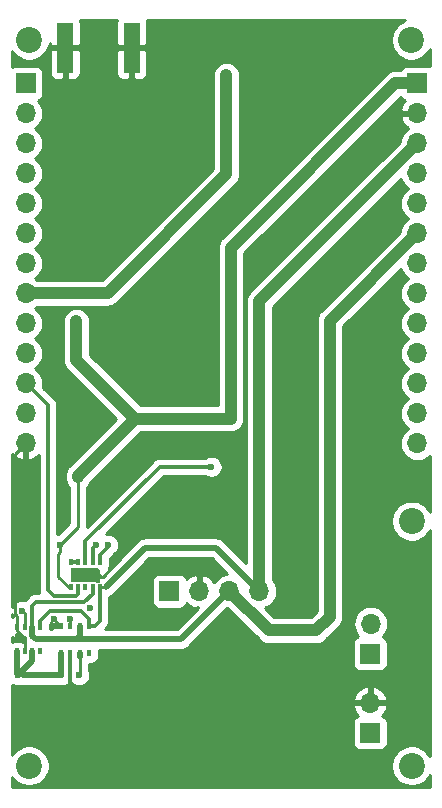
<source format=gbr>
G04 #@! TF.GenerationSoftware,KiCad,Pcbnew,(5.1.2)-2*
G04 #@! TF.CreationDate,2019-12-14T23:06:18+01:00*
G04 #@! TF.ProjectId,ttgot5,7474676f-7435-42e6-9b69-6361645f7063,rev?*
G04 #@! TF.SameCoordinates,Original*
G04 #@! TF.FileFunction,Copper,L1,Top*
G04 #@! TF.FilePolarity,Positive*
%FSLAX46Y46*%
G04 Gerber Fmt 4.6, Leading zero omitted, Abs format (unit mm)*
G04 Created by KiCad (PCBNEW (5.1.2)-2) date 2019-12-14 23:06:18*
%MOMM*%
%LPD*%
G04 APERTURE LIST*
%ADD10O,1.700000X1.700000*%
%ADD11R,1.700000X1.700000*%
%ADD12R,1.350000X4.200000*%
%ADD13R,0.400000X0.550000*%
%ADD14C,0.300000*%
%ADD15C,0.100000*%
%ADD16R,0.300000X1.000000*%
%ADD17R,2.200000X1.300000*%
%ADD18R,0.400000X0.600000*%
%ADD19R,0.350000X0.500000*%
%ADD20C,2.200000*%
%ADD21C,0.600000*%
%ADD22C,0.250000*%
%ADD23C,0.300000*%
%ADD24C,0.500000*%
%ADD25C,1.000000*%
%ADD26C,0.254000*%
G04 APERTURE END LIST*
D10*
X131060400Y-151761200D03*
D11*
X131000000Y-154301200D03*
D10*
X131000000Y-158460000D03*
D11*
X131000000Y-161000000D03*
D12*
X110825000Y-103000000D03*
X105175000Y-103000000D03*
D11*
X101850000Y-106000000D03*
D10*
X101850000Y-108540000D03*
X101850000Y-111080000D03*
X101850000Y-113620000D03*
X101850000Y-116160000D03*
X101850000Y-118700000D03*
X101850000Y-121240000D03*
X101850000Y-123780000D03*
X101850000Y-126320000D03*
X101850000Y-128860000D03*
X101850000Y-131400000D03*
X101850000Y-133940000D03*
X101850000Y-136480000D03*
X135000000Y-136480000D03*
X135000000Y-133940000D03*
X135000000Y-131400000D03*
X135000000Y-128860000D03*
X135000000Y-126320000D03*
X135000000Y-123780000D03*
X135000000Y-121240000D03*
X135000000Y-118700000D03*
X135000000Y-116160000D03*
X135000000Y-113620000D03*
X135000000Y-111080000D03*
X135000000Y-108540000D03*
D11*
X135000000Y-106000000D03*
X114000000Y-149000000D03*
D10*
X116540000Y-149000000D03*
X119080000Y-149000000D03*
X121620000Y-149000000D03*
D13*
X104816000Y-151932000D03*
X105616000Y-151932000D03*
X106416000Y-151932000D03*
X107216000Y-151932000D03*
X107216000Y-154232000D03*
X106416000Y-154232000D03*
X105616000Y-154232000D03*
X104816000Y-154232000D03*
D14*
X108005000Y-147621000D03*
D15*
G36*
X107855000Y-146971000D02*
G01*
X108155000Y-147271000D01*
X108155000Y-147971000D01*
X107855000Y-148271000D01*
X107855000Y-146971000D01*
X107855000Y-146971000D01*
G37*
D16*
X108005000Y-147771000D03*
D17*
X106755000Y-147621000D03*
D18*
X105705000Y-148671000D03*
X106305000Y-148671000D03*
X108105000Y-148671000D03*
X107505000Y-148671000D03*
X105705000Y-146571000D03*
X108105000Y-146571000D03*
X107505000Y-146571000D03*
X106905000Y-146571000D03*
X106305000Y-146571000D03*
X106905000Y-148671000D03*
D19*
X103054000Y-152057000D03*
X102404000Y-152057000D03*
X101754000Y-152057000D03*
X101104000Y-152057000D03*
X101104000Y-154107000D03*
X101754000Y-154107000D03*
X102404000Y-154107000D03*
X103054000Y-154107000D03*
D20*
X134510000Y-163780000D03*
X102150000Y-163780000D03*
X102150000Y-102350000D03*
X134500000Y-102350000D03*
X134510000Y-143074400D03*
D21*
X109953000Y-145716000D03*
X112500000Y-101000000D03*
X112500000Y-102000000D03*
X112500000Y-103000000D03*
X112493000Y-104000000D03*
X112500000Y-104949000D03*
X112500000Y-105826000D03*
X112500000Y-107826000D03*
X112493000Y-108826000D03*
X112500000Y-106826000D03*
X112500000Y-109775000D03*
X109000000Y-111000000D03*
X108000000Y-110000000D03*
X106658000Y-106207000D03*
X107300000Y-109200000D03*
X106658000Y-107207000D03*
X106658000Y-108207000D03*
X110080000Y-111934000D03*
X111223000Y-112823000D03*
X113509000Y-109775000D03*
X114652000Y-109775000D03*
X115668000Y-109775000D03*
X116684000Y-109775000D03*
X130400000Y-127809000D03*
X111096000Y-118792000D03*
X130146000Y-132508000D03*
X117573000Y-140001000D03*
X112747000Y-142287000D03*
X109191000Y-139239000D03*
X101825000Y-139112000D03*
X109699000Y-150542000D03*
X111731000Y-150542000D03*
X107286000Y-150415000D03*
X124304000Y-149272000D03*
X124304000Y-144700000D03*
X124812000Y-140001000D03*
X112429500Y-127618500D03*
X112493000Y-133016000D03*
X117954000Y-157844500D03*
X101707643Y-153085545D03*
X102587000Y-158000000D03*
X105616000Y-158000000D03*
X104212600Y-151380200D03*
X104873000Y-156130000D03*
X101190000Y-156130000D03*
X104746000Y-145081000D03*
X106270000Y-139366000D03*
X106143000Y-126158000D03*
X106371600Y-156130000D03*
X118843000Y-105330000D03*
X117573000Y-138477000D03*
X107794000Y-145081000D03*
X101571000Y-150669000D03*
X105635000Y-151319000D03*
X108810000Y-145081000D03*
D22*
X101104000Y-152417002D02*
X101104000Y-152057000D01*
X101754000Y-153067002D02*
X101104000Y-152417002D01*
X101754000Y-154107000D02*
X101754000Y-153067002D01*
X106755000Y-147621000D02*
X108105000Y-147621000D01*
X101000001Y-137329999D02*
X101850000Y-136480000D01*
X100945999Y-137384001D02*
X101000001Y-137329999D01*
X100945999Y-150969001D02*
X100945999Y-137384001D01*
X101104000Y-151127002D02*
X100945999Y-150969001D01*
X101104000Y-152057000D02*
X101104000Y-151127002D01*
X101754000Y-154107000D02*
X101754000Y-153131902D01*
X101754000Y-153131902D02*
X101707643Y-153085545D01*
X109953000Y-146140264D02*
X109953000Y-145716000D01*
X109953000Y-146223000D02*
X109953000Y-146140264D01*
X108405000Y-147771000D02*
X109953000Y-146223000D01*
X108005000Y-147771000D02*
X108405000Y-147771000D01*
D23*
X105616000Y-154232000D02*
X105616000Y-157292000D01*
X105616000Y-157292000D02*
X105616000Y-158000000D01*
D22*
X104764400Y-151932000D02*
X104212600Y-151380200D01*
X104816000Y-151932000D02*
X104764400Y-151932000D01*
X104212600Y-151380200D02*
X104136400Y-151304000D01*
D24*
X104873000Y-154289000D02*
X104816000Y-154232000D01*
X104873000Y-156130000D02*
X104873000Y-154289000D01*
X101104000Y-156044000D02*
X101104000Y-154107000D01*
X101190000Y-156130000D02*
X101104000Y-156044000D01*
X102404000Y-154916000D02*
X101190000Y-156130000D01*
X102404000Y-154107000D02*
X102404000Y-154916000D01*
X106416000Y-154232000D02*
X106416000Y-154587000D01*
D22*
X104619000Y-147820002D02*
X104619000Y-145846264D01*
X105469998Y-148671000D02*
X104619000Y-147820002D01*
X105705000Y-148671000D02*
X105469998Y-148671000D01*
X104746000Y-145719264D02*
X104619000Y-145846264D01*
X104746000Y-145081000D02*
X104746000Y-145719264D01*
D25*
X133150000Y-106000000D02*
X119224000Y-119926000D01*
X135000000Y-106000000D02*
X133150000Y-106000000D01*
X119224000Y-119926000D02*
X119224000Y-134413000D01*
X119224000Y-134413000D02*
X111096000Y-134413000D01*
X111096000Y-134413000D02*
X106270000Y-139239000D01*
X106270000Y-139239000D02*
X106270000Y-139366000D01*
D22*
X106270000Y-143557000D02*
X104746000Y-145081000D01*
X106270000Y-139366000D02*
X106270000Y-143557000D01*
D25*
X106143000Y-129460000D02*
X111096000Y-134413000D01*
X106143000Y-126158000D02*
X106143000Y-129460000D01*
D24*
X101614264Y-156130000D02*
X104873000Y-156130000D01*
D22*
X101190000Y-156130000D02*
X101614264Y-156130000D01*
X106416000Y-154232000D02*
X106416000Y-156085600D01*
X106416000Y-156085600D02*
X106371600Y-156130000D01*
D25*
X118843000Y-113712000D02*
X118843000Y-105330000D01*
X101850000Y-123780000D02*
X108775000Y-123780000D01*
X108775000Y-123780000D02*
X118843000Y-113712000D01*
D23*
X106305000Y-149221000D02*
X106127000Y-149399000D01*
X106305000Y-148671000D02*
X106305000Y-149221000D01*
X106127000Y-149399000D02*
X104238000Y-149399000D01*
X104238000Y-149399000D02*
X103730000Y-148891000D01*
D22*
X103730000Y-133280000D02*
X101850000Y-131400000D01*
D23*
X103730000Y-148891000D02*
X103730000Y-133280000D01*
X106905000Y-146571000D02*
X106905000Y-145408002D01*
X106905000Y-144790998D02*
X113218998Y-138477000D01*
X106905000Y-145408002D02*
X106905000Y-144790998D01*
X113218998Y-138477000D02*
X114017000Y-138477000D01*
X114017000Y-138477000D02*
X117573000Y-138477000D01*
D24*
X102404000Y-152807000D02*
X102679000Y-153082000D01*
X102404000Y-152057000D02*
X102404000Y-152807000D01*
X102679000Y-153082000D02*
X106143000Y-153082000D01*
X106416000Y-152809000D02*
X106416000Y-151932000D01*
X106143000Y-153082000D02*
X106416000Y-152809000D01*
D23*
X102404000Y-150217000D02*
X102404000Y-152057000D01*
X102714000Y-149907000D02*
X102404000Y-150217000D01*
X106799002Y-149907000D02*
X102714000Y-149907000D01*
X107505000Y-148671000D02*
X107505000Y-149201002D01*
X107505000Y-149201002D02*
X106799002Y-149907000D01*
D24*
X114998000Y-153082000D02*
X119080000Y-149000000D01*
X106143000Y-153082000D02*
X114998000Y-153082000D01*
D25*
X127606000Y-126094000D02*
X135000000Y-118700000D01*
X127606000Y-151177000D02*
X127606000Y-126094000D01*
X126463000Y-152320000D02*
X127606000Y-151177000D01*
X119080000Y-149000000D02*
X122400000Y-152320000D01*
X122400000Y-152320000D02*
X126463000Y-152320000D01*
D23*
X108105000Y-149271000D02*
X108105000Y-148671000D01*
X108105000Y-151543000D02*
X108105000Y-149271000D01*
X107716000Y-151932000D02*
X108105000Y-151543000D01*
X107216000Y-151932000D02*
X107716000Y-151932000D01*
X103054000Y-151507000D02*
X103892000Y-150669000D01*
X103054000Y-152057000D02*
X103054000Y-151507000D01*
X107216000Y-151357000D02*
X107216000Y-151932000D01*
X106528000Y-150669000D02*
X107216000Y-151357000D01*
X103892000Y-150669000D02*
X106528000Y-150669000D01*
D25*
X121620000Y-124460000D02*
X135000000Y-111080000D01*
X121620000Y-149000000D02*
X121620000Y-124460000D01*
D24*
X121620000Y-149000000D02*
X117955000Y-145335000D01*
X111941000Y-145335000D02*
X108605000Y-148671000D01*
X117955000Y-145335000D02*
X111941000Y-145335000D01*
D22*
X108105000Y-148671000D02*
X108605000Y-148671000D01*
D23*
X107540000Y-146536000D02*
X107505000Y-146571000D01*
X107505000Y-145370000D02*
X107794000Y-145081000D01*
X107505000Y-146571000D02*
X107505000Y-145370000D01*
D22*
X101754000Y-152057000D02*
X101754000Y-150852000D01*
X101754000Y-150852000D02*
X101571000Y-150669000D01*
X105616000Y-151932000D02*
X105616000Y-151338000D01*
X105616000Y-151338000D02*
X105635000Y-151319000D01*
D23*
X106305000Y-146571000D02*
X105705000Y-146571000D01*
X108105000Y-145971000D02*
X108810000Y-145266000D01*
X108105000Y-146571000D02*
X108105000Y-145971000D01*
X108810000Y-145266000D02*
X108810000Y-145081000D01*
D26*
G36*
X133621401Y-121811034D02*
G01*
X133759294Y-122069014D01*
X133944866Y-122295134D01*
X134170986Y-122480706D01*
X134225791Y-122510000D01*
X134170986Y-122539294D01*
X133944866Y-122724866D01*
X133759294Y-122950986D01*
X133621401Y-123208966D01*
X133536487Y-123488889D01*
X133507815Y-123780000D01*
X133536487Y-124071111D01*
X133621401Y-124351034D01*
X133759294Y-124609014D01*
X133944866Y-124835134D01*
X134170986Y-125020706D01*
X134225791Y-125050000D01*
X134170986Y-125079294D01*
X133944866Y-125264866D01*
X133759294Y-125490986D01*
X133621401Y-125748966D01*
X133536487Y-126028889D01*
X133507815Y-126320000D01*
X133536487Y-126611111D01*
X133621401Y-126891034D01*
X133759294Y-127149014D01*
X133944866Y-127375134D01*
X134170986Y-127560706D01*
X134225791Y-127590000D01*
X134170986Y-127619294D01*
X133944866Y-127804866D01*
X133759294Y-128030986D01*
X133621401Y-128288966D01*
X133536487Y-128568889D01*
X133507815Y-128860000D01*
X133536487Y-129151111D01*
X133621401Y-129431034D01*
X133759294Y-129689014D01*
X133944866Y-129915134D01*
X134170986Y-130100706D01*
X134225791Y-130130000D01*
X134170986Y-130159294D01*
X133944866Y-130344866D01*
X133759294Y-130570986D01*
X133621401Y-130828966D01*
X133536487Y-131108889D01*
X133507815Y-131400000D01*
X133536487Y-131691111D01*
X133621401Y-131971034D01*
X133759294Y-132229014D01*
X133944866Y-132455134D01*
X134170986Y-132640706D01*
X134225791Y-132670000D01*
X134170986Y-132699294D01*
X133944866Y-132884866D01*
X133759294Y-133110986D01*
X133621401Y-133368966D01*
X133536487Y-133648889D01*
X133507815Y-133940000D01*
X133536487Y-134231111D01*
X133621401Y-134511034D01*
X133759294Y-134769014D01*
X133944866Y-134995134D01*
X134170986Y-135180706D01*
X134225791Y-135210000D01*
X134170986Y-135239294D01*
X133944866Y-135424866D01*
X133759294Y-135650986D01*
X133621401Y-135908966D01*
X133536487Y-136188889D01*
X133507815Y-136480000D01*
X133536487Y-136771111D01*
X133621401Y-137051034D01*
X133759294Y-137309014D01*
X133944866Y-137535134D01*
X134170986Y-137720706D01*
X134428966Y-137858599D01*
X134708889Y-137943513D01*
X134927050Y-137965000D01*
X135072950Y-137965000D01*
X135291111Y-137943513D01*
X135571034Y-137858599D01*
X135829014Y-137720706D01*
X136055134Y-137535134D01*
X136065001Y-137523112D01*
X136065001Y-142294730D01*
X136047537Y-142252569D01*
X135857663Y-141968402D01*
X135615998Y-141726737D01*
X135331831Y-141536863D01*
X135016081Y-141406075D01*
X134680883Y-141339400D01*
X134339117Y-141339400D01*
X134003919Y-141406075D01*
X133688169Y-141536863D01*
X133404002Y-141726737D01*
X133162337Y-141968402D01*
X132972463Y-142252569D01*
X132841675Y-142568319D01*
X132775000Y-142903517D01*
X132775000Y-143245283D01*
X132841675Y-143580481D01*
X132972463Y-143896231D01*
X133162337Y-144180398D01*
X133404002Y-144422063D01*
X133688169Y-144611937D01*
X134003919Y-144742725D01*
X134339117Y-144809400D01*
X134680883Y-144809400D01*
X135016081Y-144742725D01*
X135331831Y-144611937D01*
X135615998Y-144422063D01*
X135857663Y-144180398D01*
X136047537Y-143896231D01*
X136065001Y-143854070D01*
X136065001Y-163000331D01*
X136047537Y-162958169D01*
X135857663Y-162674002D01*
X135615998Y-162432337D01*
X135331831Y-162242463D01*
X135016081Y-162111675D01*
X134680883Y-162045000D01*
X134339117Y-162045000D01*
X134003919Y-162111675D01*
X133688169Y-162242463D01*
X133404002Y-162432337D01*
X133162337Y-162674002D01*
X132972463Y-162958169D01*
X132841675Y-163273919D01*
X132775000Y-163609117D01*
X132775000Y-163950883D01*
X132841675Y-164286081D01*
X132972463Y-164601831D01*
X133162337Y-164885998D01*
X133404002Y-165127663D01*
X133688169Y-165317537D01*
X134003919Y-165448325D01*
X134339117Y-165515000D01*
X134680883Y-165515000D01*
X135016081Y-165448325D01*
X135331831Y-165317537D01*
X135615998Y-165127663D01*
X135857663Y-164885998D01*
X136047537Y-164601831D01*
X136065001Y-164559669D01*
X136065001Y-165605000D01*
X100685000Y-165605000D01*
X100685000Y-164710390D01*
X100802337Y-164885998D01*
X101044002Y-165127663D01*
X101328169Y-165317537D01*
X101643919Y-165448325D01*
X101979117Y-165515000D01*
X102320883Y-165515000D01*
X102656081Y-165448325D01*
X102971831Y-165317537D01*
X103255998Y-165127663D01*
X103497663Y-164885998D01*
X103687537Y-164601831D01*
X103818325Y-164286081D01*
X103885000Y-163950883D01*
X103885000Y-163609117D01*
X103818325Y-163273919D01*
X103687537Y-162958169D01*
X103497663Y-162674002D01*
X103255998Y-162432337D01*
X102971831Y-162242463D01*
X102656081Y-162111675D01*
X102320883Y-162045000D01*
X101979117Y-162045000D01*
X101643919Y-162111675D01*
X101328169Y-162242463D01*
X101044002Y-162432337D01*
X100802337Y-162674002D01*
X100685000Y-162849610D01*
X100685000Y-160150000D01*
X129511928Y-160150000D01*
X129511928Y-161850000D01*
X129524188Y-161974482D01*
X129560498Y-162094180D01*
X129619463Y-162204494D01*
X129698815Y-162301185D01*
X129795506Y-162380537D01*
X129905820Y-162439502D01*
X130025518Y-162475812D01*
X130150000Y-162488072D01*
X131850000Y-162488072D01*
X131974482Y-162475812D01*
X132094180Y-162439502D01*
X132204494Y-162380537D01*
X132301185Y-162301185D01*
X132380537Y-162204494D01*
X132439502Y-162094180D01*
X132475812Y-161974482D01*
X132488072Y-161850000D01*
X132488072Y-160150000D01*
X132475812Y-160025518D01*
X132439502Y-159905820D01*
X132380537Y-159795506D01*
X132301185Y-159698815D01*
X132204494Y-159619463D01*
X132094180Y-159560498D01*
X132013534Y-159536034D01*
X132097588Y-159460269D01*
X132271641Y-159226920D01*
X132396825Y-158964099D01*
X132441476Y-158816890D01*
X132320155Y-158587000D01*
X131127000Y-158587000D01*
X131127000Y-158607000D01*
X130873000Y-158607000D01*
X130873000Y-158587000D01*
X129679845Y-158587000D01*
X129558524Y-158816890D01*
X129603175Y-158964099D01*
X129728359Y-159226920D01*
X129902412Y-159460269D01*
X129986466Y-159536034D01*
X129905820Y-159560498D01*
X129795506Y-159619463D01*
X129698815Y-159698815D01*
X129619463Y-159795506D01*
X129560498Y-159905820D01*
X129524188Y-160025518D01*
X129511928Y-160150000D01*
X100685000Y-160150000D01*
X100685000Y-158103110D01*
X129558524Y-158103110D01*
X129679845Y-158333000D01*
X130873000Y-158333000D01*
X130873000Y-157139186D01*
X131127000Y-157139186D01*
X131127000Y-158333000D01*
X132320155Y-158333000D01*
X132441476Y-158103110D01*
X132396825Y-157955901D01*
X132271641Y-157693080D01*
X132097588Y-157459731D01*
X131881355Y-157264822D01*
X131631252Y-157115843D01*
X131356891Y-157018519D01*
X131127000Y-157139186D01*
X130873000Y-157139186D01*
X130643109Y-157018519D01*
X130368748Y-157115843D01*
X130118645Y-157264822D01*
X129902412Y-157459731D01*
X129728359Y-157693080D01*
X129603175Y-157955901D01*
X129558524Y-158103110D01*
X100685000Y-158103110D01*
X100685000Y-156917085D01*
X100747111Y-156958586D01*
X100917271Y-157029068D01*
X101097911Y-157065000D01*
X101282089Y-157065000D01*
X101462729Y-157029068D01*
X101510926Y-157009104D01*
X101570787Y-157015000D01*
X104566308Y-157015000D01*
X104600271Y-157029068D01*
X104780911Y-157065000D01*
X104965089Y-157065000D01*
X105145729Y-157029068D01*
X105315889Y-156958586D01*
X105469028Y-156856262D01*
X105599262Y-156726028D01*
X105622300Y-156691549D01*
X105645338Y-156726028D01*
X105775572Y-156856262D01*
X105928711Y-156958586D01*
X106098871Y-157029068D01*
X106279511Y-157065000D01*
X106463689Y-157065000D01*
X106644329Y-157029068D01*
X106814489Y-156958586D01*
X106967628Y-156856262D01*
X107097862Y-156726028D01*
X107200186Y-156572889D01*
X107270668Y-156402729D01*
X107306600Y-156222089D01*
X107306600Y-156037911D01*
X107270668Y-155857271D01*
X107200186Y-155687111D01*
X107176000Y-155650914D01*
X107176000Y-155145072D01*
X107416000Y-155145072D01*
X107540482Y-155132812D01*
X107660180Y-155096502D01*
X107770494Y-155037537D01*
X107867185Y-154958185D01*
X107946537Y-154861494D01*
X108005502Y-154751180D01*
X108041812Y-154631482D01*
X108054072Y-154507000D01*
X108054072Y-153967000D01*
X114954531Y-153967000D01*
X114998000Y-153971281D01*
X115041469Y-153967000D01*
X115041477Y-153967000D01*
X115171490Y-153954195D01*
X115338313Y-153903589D01*
X115492059Y-153821411D01*
X115626817Y-153710817D01*
X115654534Y-153677044D01*
X118860967Y-150470612D01*
X118954714Y-150479845D01*
X121558009Y-153083141D01*
X121593551Y-153126449D01*
X121766377Y-153268284D01*
X121937602Y-153359805D01*
X121963553Y-153373676D01*
X122177501Y-153438577D01*
X122399999Y-153460491D01*
X122455751Y-153455000D01*
X126407249Y-153455000D01*
X126463000Y-153460491D01*
X126518751Y-153455000D01*
X126518752Y-153455000D01*
X126557334Y-153451200D01*
X129511928Y-153451200D01*
X129511928Y-155151200D01*
X129524188Y-155275682D01*
X129560498Y-155395380D01*
X129619463Y-155505694D01*
X129698815Y-155602385D01*
X129795506Y-155681737D01*
X129905820Y-155740702D01*
X130025518Y-155777012D01*
X130150000Y-155789272D01*
X131850000Y-155789272D01*
X131974482Y-155777012D01*
X132094180Y-155740702D01*
X132204494Y-155681737D01*
X132301185Y-155602385D01*
X132380537Y-155505694D01*
X132439502Y-155395380D01*
X132475812Y-155275682D01*
X132488072Y-155151200D01*
X132488072Y-153451200D01*
X132475812Y-153326718D01*
X132439502Y-153207020D01*
X132380537Y-153096706D01*
X132301185Y-153000015D01*
X132204494Y-152920663D01*
X132094180Y-152861698D01*
X132069413Y-152854185D01*
X132115534Y-152816334D01*
X132301106Y-152590214D01*
X132438999Y-152332234D01*
X132523913Y-152052311D01*
X132552585Y-151761200D01*
X132523913Y-151470089D01*
X132438999Y-151190166D01*
X132301106Y-150932186D01*
X132115534Y-150706066D01*
X131889414Y-150520494D01*
X131631434Y-150382601D01*
X131351511Y-150297687D01*
X131133350Y-150276200D01*
X130987450Y-150276200D01*
X130769289Y-150297687D01*
X130489366Y-150382601D01*
X130231386Y-150520494D01*
X130005266Y-150706066D01*
X129819694Y-150932186D01*
X129681801Y-151190166D01*
X129596887Y-151470089D01*
X129568215Y-151761200D01*
X129596887Y-152052311D01*
X129681801Y-152332234D01*
X129819694Y-152590214D01*
X130005266Y-152816334D01*
X130018786Y-152827430D01*
X129905820Y-152861698D01*
X129795506Y-152920663D01*
X129698815Y-153000015D01*
X129619463Y-153096706D01*
X129560498Y-153207020D01*
X129524188Y-153326718D01*
X129511928Y-153451200D01*
X126557334Y-153451200D01*
X126685499Y-153438577D01*
X126899447Y-153373676D01*
X127096623Y-153268284D01*
X127269449Y-153126449D01*
X127304996Y-153083136D01*
X128369140Y-152018992D01*
X128412449Y-151983449D01*
X128554284Y-151810623D01*
X128659676Y-151613447D01*
X128724577Y-151399499D01*
X128736727Y-151276138D01*
X128746491Y-151177001D01*
X128741000Y-151121249D01*
X128741000Y-126564131D01*
X133591772Y-121713360D01*
X133621401Y-121811034D01*
X133621401Y-121811034D01*
G37*
X133621401Y-121811034D02*
X133759294Y-122069014D01*
X133944866Y-122295134D01*
X134170986Y-122480706D01*
X134225791Y-122510000D01*
X134170986Y-122539294D01*
X133944866Y-122724866D01*
X133759294Y-122950986D01*
X133621401Y-123208966D01*
X133536487Y-123488889D01*
X133507815Y-123780000D01*
X133536487Y-124071111D01*
X133621401Y-124351034D01*
X133759294Y-124609014D01*
X133944866Y-124835134D01*
X134170986Y-125020706D01*
X134225791Y-125050000D01*
X134170986Y-125079294D01*
X133944866Y-125264866D01*
X133759294Y-125490986D01*
X133621401Y-125748966D01*
X133536487Y-126028889D01*
X133507815Y-126320000D01*
X133536487Y-126611111D01*
X133621401Y-126891034D01*
X133759294Y-127149014D01*
X133944866Y-127375134D01*
X134170986Y-127560706D01*
X134225791Y-127590000D01*
X134170986Y-127619294D01*
X133944866Y-127804866D01*
X133759294Y-128030986D01*
X133621401Y-128288966D01*
X133536487Y-128568889D01*
X133507815Y-128860000D01*
X133536487Y-129151111D01*
X133621401Y-129431034D01*
X133759294Y-129689014D01*
X133944866Y-129915134D01*
X134170986Y-130100706D01*
X134225791Y-130130000D01*
X134170986Y-130159294D01*
X133944866Y-130344866D01*
X133759294Y-130570986D01*
X133621401Y-130828966D01*
X133536487Y-131108889D01*
X133507815Y-131400000D01*
X133536487Y-131691111D01*
X133621401Y-131971034D01*
X133759294Y-132229014D01*
X133944866Y-132455134D01*
X134170986Y-132640706D01*
X134225791Y-132670000D01*
X134170986Y-132699294D01*
X133944866Y-132884866D01*
X133759294Y-133110986D01*
X133621401Y-133368966D01*
X133536487Y-133648889D01*
X133507815Y-133940000D01*
X133536487Y-134231111D01*
X133621401Y-134511034D01*
X133759294Y-134769014D01*
X133944866Y-134995134D01*
X134170986Y-135180706D01*
X134225791Y-135210000D01*
X134170986Y-135239294D01*
X133944866Y-135424866D01*
X133759294Y-135650986D01*
X133621401Y-135908966D01*
X133536487Y-136188889D01*
X133507815Y-136480000D01*
X133536487Y-136771111D01*
X133621401Y-137051034D01*
X133759294Y-137309014D01*
X133944866Y-137535134D01*
X134170986Y-137720706D01*
X134428966Y-137858599D01*
X134708889Y-137943513D01*
X134927050Y-137965000D01*
X135072950Y-137965000D01*
X135291111Y-137943513D01*
X135571034Y-137858599D01*
X135829014Y-137720706D01*
X136055134Y-137535134D01*
X136065001Y-137523112D01*
X136065001Y-142294730D01*
X136047537Y-142252569D01*
X135857663Y-141968402D01*
X135615998Y-141726737D01*
X135331831Y-141536863D01*
X135016081Y-141406075D01*
X134680883Y-141339400D01*
X134339117Y-141339400D01*
X134003919Y-141406075D01*
X133688169Y-141536863D01*
X133404002Y-141726737D01*
X133162337Y-141968402D01*
X132972463Y-142252569D01*
X132841675Y-142568319D01*
X132775000Y-142903517D01*
X132775000Y-143245283D01*
X132841675Y-143580481D01*
X132972463Y-143896231D01*
X133162337Y-144180398D01*
X133404002Y-144422063D01*
X133688169Y-144611937D01*
X134003919Y-144742725D01*
X134339117Y-144809400D01*
X134680883Y-144809400D01*
X135016081Y-144742725D01*
X135331831Y-144611937D01*
X135615998Y-144422063D01*
X135857663Y-144180398D01*
X136047537Y-143896231D01*
X136065001Y-143854070D01*
X136065001Y-163000331D01*
X136047537Y-162958169D01*
X135857663Y-162674002D01*
X135615998Y-162432337D01*
X135331831Y-162242463D01*
X135016081Y-162111675D01*
X134680883Y-162045000D01*
X134339117Y-162045000D01*
X134003919Y-162111675D01*
X133688169Y-162242463D01*
X133404002Y-162432337D01*
X133162337Y-162674002D01*
X132972463Y-162958169D01*
X132841675Y-163273919D01*
X132775000Y-163609117D01*
X132775000Y-163950883D01*
X132841675Y-164286081D01*
X132972463Y-164601831D01*
X133162337Y-164885998D01*
X133404002Y-165127663D01*
X133688169Y-165317537D01*
X134003919Y-165448325D01*
X134339117Y-165515000D01*
X134680883Y-165515000D01*
X135016081Y-165448325D01*
X135331831Y-165317537D01*
X135615998Y-165127663D01*
X135857663Y-164885998D01*
X136047537Y-164601831D01*
X136065001Y-164559669D01*
X136065001Y-165605000D01*
X100685000Y-165605000D01*
X100685000Y-164710390D01*
X100802337Y-164885998D01*
X101044002Y-165127663D01*
X101328169Y-165317537D01*
X101643919Y-165448325D01*
X101979117Y-165515000D01*
X102320883Y-165515000D01*
X102656081Y-165448325D01*
X102971831Y-165317537D01*
X103255998Y-165127663D01*
X103497663Y-164885998D01*
X103687537Y-164601831D01*
X103818325Y-164286081D01*
X103885000Y-163950883D01*
X103885000Y-163609117D01*
X103818325Y-163273919D01*
X103687537Y-162958169D01*
X103497663Y-162674002D01*
X103255998Y-162432337D01*
X102971831Y-162242463D01*
X102656081Y-162111675D01*
X102320883Y-162045000D01*
X101979117Y-162045000D01*
X101643919Y-162111675D01*
X101328169Y-162242463D01*
X101044002Y-162432337D01*
X100802337Y-162674002D01*
X100685000Y-162849610D01*
X100685000Y-160150000D01*
X129511928Y-160150000D01*
X129511928Y-161850000D01*
X129524188Y-161974482D01*
X129560498Y-162094180D01*
X129619463Y-162204494D01*
X129698815Y-162301185D01*
X129795506Y-162380537D01*
X129905820Y-162439502D01*
X130025518Y-162475812D01*
X130150000Y-162488072D01*
X131850000Y-162488072D01*
X131974482Y-162475812D01*
X132094180Y-162439502D01*
X132204494Y-162380537D01*
X132301185Y-162301185D01*
X132380537Y-162204494D01*
X132439502Y-162094180D01*
X132475812Y-161974482D01*
X132488072Y-161850000D01*
X132488072Y-160150000D01*
X132475812Y-160025518D01*
X132439502Y-159905820D01*
X132380537Y-159795506D01*
X132301185Y-159698815D01*
X132204494Y-159619463D01*
X132094180Y-159560498D01*
X132013534Y-159536034D01*
X132097588Y-159460269D01*
X132271641Y-159226920D01*
X132396825Y-158964099D01*
X132441476Y-158816890D01*
X132320155Y-158587000D01*
X131127000Y-158587000D01*
X131127000Y-158607000D01*
X130873000Y-158607000D01*
X130873000Y-158587000D01*
X129679845Y-158587000D01*
X129558524Y-158816890D01*
X129603175Y-158964099D01*
X129728359Y-159226920D01*
X129902412Y-159460269D01*
X129986466Y-159536034D01*
X129905820Y-159560498D01*
X129795506Y-159619463D01*
X129698815Y-159698815D01*
X129619463Y-159795506D01*
X129560498Y-159905820D01*
X129524188Y-160025518D01*
X129511928Y-160150000D01*
X100685000Y-160150000D01*
X100685000Y-158103110D01*
X129558524Y-158103110D01*
X129679845Y-158333000D01*
X130873000Y-158333000D01*
X130873000Y-157139186D01*
X131127000Y-157139186D01*
X131127000Y-158333000D01*
X132320155Y-158333000D01*
X132441476Y-158103110D01*
X132396825Y-157955901D01*
X132271641Y-157693080D01*
X132097588Y-157459731D01*
X131881355Y-157264822D01*
X131631252Y-157115843D01*
X131356891Y-157018519D01*
X131127000Y-157139186D01*
X130873000Y-157139186D01*
X130643109Y-157018519D01*
X130368748Y-157115843D01*
X130118645Y-157264822D01*
X129902412Y-157459731D01*
X129728359Y-157693080D01*
X129603175Y-157955901D01*
X129558524Y-158103110D01*
X100685000Y-158103110D01*
X100685000Y-156917085D01*
X100747111Y-156958586D01*
X100917271Y-157029068D01*
X101097911Y-157065000D01*
X101282089Y-157065000D01*
X101462729Y-157029068D01*
X101510926Y-157009104D01*
X101570787Y-157015000D01*
X104566308Y-157015000D01*
X104600271Y-157029068D01*
X104780911Y-157065000D01*
X104965089Y-157065000D01*
X105145729Y-157029068D01*
X105315889Y-156958586D01*
X105469028Y-156856262D01*
X105599262Y-156726028D01*
X105622300Y-156691549D01*
X105645338Y-156726028D01*
X105775572Y-156856262D01*
X105928711Y-156958586D01*
X106098871Y-157029068D01*
X106279511Y-157065000D01*
X106463689Y-157065000D01*
X106644329Y-157029068D01*
X106814489Y-156958586D01*
X106967628Y-156856262D01*
X107097862Y-156726028D01*
X107200186Y-156572889D01*
X107270668Y-156402729D01*
X107306600Y-156222089D01*
X107306600Y-156037911D01*
X107270668Y-155857271D01*
X107200186Y-155687111D01*
X107176000Y-155650914D01*
X107176000Y-155145072D01*
X107416000Y-155145072D01*
X107540482Y-155132812D01*
X107660180Y-155096502D01*
X107770494Y-155037537D01*
X107867185Y-154958185D01*
X107946537Y-154861494D01*
X108005502Y-154751180D01*
X108041812Y-154631482D01*
X108054072Y-154507000D01*
X108054072Y-153967000D01*
X114954531Y-153967000D01*
X114998000Y-153971281D01*
X115041469Y-153967000D01*
X115041477Y-153967000D01*
X115171490Y-153954195D01*
X115338313Y-153903589D01*
X115492059Y-153821411D01*
X115626817Y-153710817D01*
X115654534Y-153677044D01*
X118860967Y-150470612D01*
X118954714Y-150479845D01*
X121558009Y-153083141D01*
X121593551Y-153126449D01*
X121766377Y-153268284D01*
X121937602Y-153359805D01*
X121963553Y-153373676D01*
X122177501Y-153438577D01*
X122399999Y-153460491D01*
X122455751Y-153455000D01*
X126407249Y-153455000D01*
X126463000Y-153460491D01*
X126518751Y-153455000D01*
X126518752Y-153455000D01*
X126557334Y-153451200D01*
X129511928Y-153451200D01*
X129511928Y-155151200D01*
X129524188Y-155275682D01*
X129560498Y-155395380D01*
X129619463Y-155505694D01*
X129698815Y-155602385D01*
X129795506Y-155681737D01*
X129905820Y-155740702D01*
X130025518Y-155777012D01*
X130150000Y-155789272D01*
X131850000Y-155789272D01*
X131974482Y-155777012D01*
X132094180Y-155740702D01*
X132204494Y-155681737D01*
X132301185Y-155602385D01*
X132380537Y-155505694D01*
X132439502Y-155395380D01*
X132475812Y-155275682D01*
X132488072Y-155151200D01*
X132488072Y-153451200D01*
X132475812Y-153326718D01*
X132439502Y-153207020D01*
X132380537Y-153096706D01*
X132301185Y-153000015D01*
X132204494Y-152920663D01*
X132094180Y-152861698D01*
X132069413Y-152854185D01*
X132115534Y-152816334D01*
X132301106Y-152590214D01*
X132438999Y-152332234D01*
X132523913Y-152052311D01*
X132552585Y-151761200D01*
X132523913Y-151470089D01*
X132438999Y-151190166D01*
X132301106Y-150932186D01*
X132115534Y-150706066D01*
X131889414Y-150520494D01*
X131631434Y-150382601D01*
X131351511Y-150297687D01*
X131133350Y-150276200D01*
X130987450Y-150276200D01*
X130769289Y-150297687D01*
X130489366Y-150382601D01*
X130231386Y-150520494D01*
X130005266Y-150706066D01*
X129819694Y-150932186D01*
X129681801Y-151190166D01*
X129596887Y-151470089D01*
X129568215Y-151761200D01*
X129596887Y-152052311D01*
X129681801Y-152332234D01*
X129819694Y-152590214D01*
X130005266Y-152816334D01*
X130018786Y-152827430D01*
X129905820Y-152861698D01*
X129795506Y-152920663D01*
X129698815Y-153000015D01*
X129619463Y-153096706D01*
X129560498Y-153207020D01*
X129524188Y-153326718D01*
X129511928Y-153451200D01*
X126557334Y-153451200D01*
X126685499Y-153438577D01*
X126899447Y-153373676D01*
X127096623Y-153268284D01*
X127269449Y-153126449D01*
X127304996Y-153083136D01*
X128369140Y-152018992D01*
X128412449Y-151983449D01*
X128554284Y-151810623D01*
X128659676Y-151613447D01*
X128724577Y-151399499D01*
X128736727Y-151276138D01*
X128746491Y-151177001D01*
X128741000Y-151121249D01*
X128741000Y-126564131D01*
X133591772Y-121713360D01*
X133621401Y-121811034D01*
G36*
X101127815Y-152758185D02*
G01*
X101152000Y-152778033D01*
X101152000Y-152783250D01*
X101310750Y-152942000D01*
X101420932Y-152929086D01*
X101431069Y-152925699D01*
X101454518Y-152932812D01*
X101527820Y-152940031D01*
X101531805Y-152980490D01*
X101582412Y-153147313D01*
X101626998Y-153230729D01*
X101626998Y-153301748D01*
X101547250Y-153222000D01*
X101437068Y-153234914D01*
X101426931Y-153238301D01*
X101403482Y-153231188D01*
X101279000Y-153218928D01*
X101116286Y-153218928D01*
X101104000Y-153217718D01*
X101091715Y-153218928D01*
X100929000Y-153218928D01*
X100804518Y-153231188D01*
X100685000Y-153267443D01*
X100685000Y-152894979D01*
X100787068Y-152929086D01*
X100897250Y-152942000D01*
X101056000Y-152783250D01*
X101056000Y-152670678D01*
X101127815Y-152758185D01*
X101127815Y-152758185D01*
G37*
X101127815Y-152758185D02*
X101152000Y-152778033D01*
X101152000Y-152783250D01*
X101310750Y-152942000D01*
X101420932Y-152929086D01*
X101431069Y-152925699D01*
X101454518Y-152932812D01*
X101527820Y-152940031D01*
X101531805Y-152980490D01*
X101582412Y-153147313D01*
X101626998Y-153230729D01*
X101626998Y-153301748D01*
X101547250Y-153222000D01*
X101437068Y-153234914D01*
X101426931Y-153238301D01*
X101403482Y-153231188D01*
X101279000Y-153218928D01*
X101116286Y-153218928D01*
X101104000Y-153217718D01*
X101091715Y-153218928D01*
X100929000Y-153218928D01*
X100804518Y-153231188D01*
X100685000Y-153267443D01*
X100685000Y-152894979D01*
X100787068Y-152929086D01*
X100897250Y-152942000D01*
X101056000Y-152783250D01*
X101056000Y-152670678D01*
X101127815Y-152758185D01*
G36*
X104139750Y-151805000D02*
G01*
X104743000Y-151805000D01*
X104743000Y-151785000D01*
X104777928Y-151785000D01*
X104777928Y-152079000D01*
X104743000Y-152079000D01*
X104743000Y-152059000D01*
X104139750Y-152059000D01*
X104001750Y-152197000D01*
X103867072Y-152197000D01*
X103867072Y-151807000D01*
X103866811Y-151804347D01*
X104002954Y-151668204D01*
X104139750Y-151805000D01*
X104139750Y-151805000D01*
G37*
X104139750Y-151805000D02*
X104743000Y-151805000D01*
X104743000Y-151785000D01*
X104777928Y-151785000D01*
X104777928Y-152079000D01*
X104743000Y-152079000D01*
X104743000Y-152059000D01*
X104139750Y-152059000D01*
X104001750Y-152197000D01*
X103867072Y-152197000D01*
X103867072Y-151807000D01*
X103866811Y-151804347D01*
X104002954Y-151668204D01*
X104139750Y-151805000D01*
G36*
X118894506Y-147526085D02*
G01*
X118788889Y-147536487D01*
X118508966Y-147621401D01*
X118250986Y-147759294D01*
X118024866Y-147944866D01*
X117839294Y-148170986D01*
X117804799Y-148235523D01*
X117735178Y-148118645D01*
X117540269Y-147902412D01*
X117306920Y-147728359D01*
X117044099Y-147603175D01*
X116896890Y-147558524D01*
X116667000Y-147679845D01*
X116667000Y-148873000D01*
X116687000Y-148873000D01*
X116687000Y-149127000D01*
X116667000Y-149127000D01*
X116667000Y-149147000D01*
X116413000Y-149147000D01*
X116413000Y-149127000D01*
X116393000Y-149127000D01*
X116393000Y-148873000D01*
X116413000Y-148873000D01*
X116413000Y-147679845D01*
X116183110Y-147558524D01*
X116035901Y-147603175D01*
X115773080Y-147728359D01*
X115539731Y-147902412D01*
X115463966Y-147986466D01*
X115439502Y-147905820D01*
X115380537Y-147795506D01*
X115301185Y-147698815D01*
X115204494Y-147619463D01*
X115094180Y-147560498D01*
X114974482Y-147524188D01*
X114850000Y-147511928D01*
X113150000Y-147511928D01*
X113025518Y-147524188D01*
X112905820Y-147560498D01*
X112795506Y-147619463D01*
X112698815Y-147698815D01*
X112619463Y-147795506D01*
X112560498Y-147905820D01*
X112524188Y-148025518D01*
X112511928Y-148150000D01*
X112511928Y-149850000D01*
X112524188Y-149974482D01*
X112560498Y-150094180D01*
X112619463Y-150204494D01*
X112698815Y-150301185D01*
X112795506Y-150380537D01*
X112905820Y-150439502D01*
X113025518Y-150475812D01*
X113150000Y-150488072D01*
X114850000Y-150488072D01*
X114974482Y-150475812D01*
X115094180Y-150439502D01*
X115204494Y-150380537D01*
X115301185Y-150301185D01*
X115380537Y-150204494D01*
X115439502Y-150094180D01*
X115463966Y-150013534D01*
X115539731Y-150097588D01*
X115773080Y-150271641D01*
X116035901Y-150396825D01*
X116183110Y-150441476D01*
X116412998Y-150320156D01*
X116412998Y-150415423D01*
X114631422Y-152197000D01*
X108561157Y-152197000D01*
X108632811Y-152125346D01*
X108662764Y-152100764D01*
X108760862Y-151981233D01*
X108833754Y-151844860D01*
X108878641Y-151696887D01*
X108890000Y-151581561D01*
X108890000Y-151581554D01*
X108893797Y-151543001D01*
X108890000Y-151504448D01*
X108890000Y-149509368D01*
X108945313Y-149492588D01*
X109099059Y-149410410D01*
X109200046Y-149327532D01*
X112307579Y-146220000D01*
X117588422Y-146220000D01*
X118894506Y-147526085D01*
X118894506Y-147526085D01*
G37*
X118894506Y-147526085D02*
X118788889Y-147536487D01*
X118508966Y-147621401D01*
X118250986Y-147759294D01*
X118024866Y-147944866D01*
X117839294Y-148170986D01*
X117804799Y-148235523D01*
X117735178Y-148118645D01*
X117540269Y-147902412D01*
X117306920Y-147728359D01*
X117044099Y-147603175D01*
X116896890Y-147558524D01*
X116667000Y-147679845D01*
X116667000Y-148873000D01*
X116687000Y-148873000D01*
X116687000Y-149127000D01*
X116667000Y-149127000D01*
X116667000Y-149147000D01*
X116413000Y-149147000D01*
X116413000Y-149127000D01*
X116393000Y-149127000D01*
X116393000Y-148873000D01*
X116413000Y-148873000D01*
X116413000Y-147679845D01*
X116183110Y-147558524D01*
X116035901Y-147603175D01*
X115773080Y-147728359D01*
X115539731Y-147902412D01*
X115463966Y-147986466D01*
X115439502Y-147905820D01*
X115380537Y-147795506D01*
X115301185Y-147698815D01*
X115204494Y-147619463D01*
X115094180Y-147560498D01*
X114974482Y-147524188D01*
X114850000Y-147511928D01*
X113150000Y-147511928D01*
X113025518Y-147524188D01*
X112905820Y-147560498D01*
X112795506Y-147619463D01*
X112698815Y-147698815D01*
X112619463Y-147795506D01*
X112560498Y-147905820D01*
X112524188Y-148025518D01*
X112511928Y-148150000D01*
X112511928Y-149850000D01*
X112524188Y-149974482D01*
X112560498Y-150094180D01*
X112619463Y-150204494D01*
X112698815Y-150301185D01*
X112795506Y-150380537D01*
X112905820Y-150439502D01*
X113025518Y-150475812D01*
X113150000Y-150488072D01*
X114850000Y-150488072D01*
X114974482Y-150475812D01*
X115094180Y-150439502D01*
X115204494Y-150380537D01*
X115301185Y-150301185D01*
X115380537Y-150204494D01*
X115439502Y-150094180D01*
X115463966Y-150013534D01*
X115539731Y-150097588D01*
X115773080Y-150271641D01*
X116035901Y-150396825D01*
X116183110Y-150441476D01*
X116412998Y-150320156D01*
X116412998Y-150415423D01*
X114631422Y-152197000D01*
X108561157Y-152197000D01*
X108632811Y-152125346D01*
X108662764Y-152100764D01*
X108760862Y-151981233D01*
X108833754Y-151844860D01*
X108878641Y-151696887D01*
X108890000Y-151581561D01*
X108890000Y-151581554D01*
X108893797Y-151543001D01*
X108890000Y-151504448D01*
X108890000Y-149509368D01*
X108945313Y-149492588D01*
X109099059Y-149410410D01*
X109200046Y-149327532D01*
X112307579Y-146220000D01*
X117588422Y-146220000D01*
X118894506Y-147526085D01*
G36*
X100742414Y-151111889D02*
G01*
X100790907Y-151184464D01*
X100787068Y-151184914D01*
X100685000Y-151219021D01*
X100685000Y-150973278D01*
X100742414Y-151111889D01*
X100742414Y-151111889D01*
G37*
X100742414Y-151111889D02*
X100790907Y-151184464D01*
X100787068Y-151184914D01*
X100685000Y-151219021D01*
X100685000Y-150973278D01*
X100742414Y-151111889D01*
G36*
X133621401Y-114191034D02*
G01*
X133759294Y-114449014D01*
X133944866Y-114675134D01*
X134170986Y-114860706D01*
X134225791Y-114890000D01*
X134170986Y-114919294D01*
X133944866Y-115104866D01*
X133759294Y-115330986D01*
X133621401Y-115588966D01*
X133536487Y-115868889D01*
X133507815Y-116160000D01*
X133536487Y-116451111D01*
X133621401Y-116731034D01*
X133759294Y-116989014D01*
X133944866Y-117215134D01*
X134170986Y-117400706D01*
X134225791Y-117430000D01*
X134170986Y-117459294D01*
X133944866Y-117644866D01*
X133759294Y-117870986D01*
X133621401Y-118128966D01*
X133536487Y-118408889D01*
X133520155Y-118574713D01*
X126842860Y-125252009D01*
X126799552Y-125287551D01*
X126657717Y-125460377D01*
X126623509Y-125524377D01*
X126552324Y-125657554D01*
X126487423Y-125871502D01*
X126465509Y-126094000D01*
X126471001Y-126149762D01*
X126471000Y-150706868D01*
X125992869Y-151185000D01*
X122870132Y-151185000D01*
X122093360Y-150408228D01*
X122191034Y-150378599D01*
X122449014Y-150240706D01*
X122675134Y-150055134D01*
X122860706Y-149829014D01*
X122998599Y-149571034D01*
X123083513Y-149291111D01*
X123112185Y-149000000D01*
X123083513Y-148708889D01*
X122998599Y-148428966D01*
X122860706Y-148170986D01*
X122755000Y-148042183D01*
X122755000Y-124930131D01*
X133591772Y-114093360D01*
X133621401Y-114191034D01*
X133621401Y-114191034D01*
G37*
X133621401Y-114191034D02*
X133759294Y-114449014D01*
X133944866Y-114675134D01*
X134170986Y-114860706D01*
X134225791Y-114890000D01*
X134170986Y-114919294D01*
X133944866Y-115104866D01*
X133759294Y-115330986D01*
X133621401Y-115588966D01*
X133536487Y-115868889D01*
X133507815Y-116160000D01*
X133536487Y-116451111D01*
X133621401Y-116731034D01*
X133759294Y-116989014D01*
X133944866Y-117215134D01*
X134170986Y-117400706D01*
X134225791Y-117430000D01*
X134170986Y-117459294D01*
X133944866Y-117644866D01*
X133759294Y-117870986D01*
X133621401Y-118128966D01*
X133536487Y-118408889D01*
X133520155Y-118574713D01*
X126842860Y-125252009D01*
X126799552Y-125287551D01*
X126657717Y-125460377D01*
X126623509Y-125524377D01*
X126552324Y-125657554D01*
X126487423Y-125871502D01*
X126465509Y-126094000D01*
X126471001Y-126149762D01*
X126471000Y-150706868D01*
X125992869Y-151185000D01*
X122870132Y-151185000D01*
X122093360Y-150408228D01*
X122191034Y-150378599D01*
X122449014Y-150240706D01*
X122675134Y-150055134D01*
X122860706Y-149829014D01*
X122998599Y-149571034D01*
X123083513Y-149291111D01*
X123112185Y-149000000D01*
X123083513Y-148708889D01*
X122998599Y-148428966D01*
X122860706Y-148170986D01*
X122755000Y-148042183D01*
X122755000Y-124930131D01*
X133591772Y-114093360D01*
X133621401Y-114191034D01*
G36*
X101977000Y-136353000D02*
G01*
X101997000Y-136353000D01*
X101997000Y-136607000D01*
X101977000Y-136607000D01*
X101977000Y-137800814D01*
X102206891Y-137921481D01*
X102481252Y-137824157D01*
X102731355Y-137675178D01*
X102945001Y-137482601D01*
X102945000Y-148852447D01*
X102941203Y-148891000D01*
X102945000Y-148929553D01*
X102945000Y-148929560D01*
X102956359Y-149044886D01*
X102979751Y-149122000D01*
X102752552Y-149122000D01*
X102713999Y-149118203D01*
X102675446Y-149122000D01*
X102675439Y-149122000D01*
X102574490Y-149131943D01*
X102560112Y-149133359D01*
X102455612Y-149165059D01*
X102412140Y-149178246D01*
X102275767Y-149251138D01*
X102156236Y-149349236D01*
X102131655Y-149379188D01*
X101876190Y-149634653D01*
X101846236Y-149659236D01*
X101767787Y-149754826D01*
X101663089Y-149734000D01*
X101478911Y-149734000D01*
X101298271Y-149769932D01*
X101128111Y-149840414D01*
X100974972Y-149942738D01*
X100844738Y-150072972D01*
X100742414Y-150226111D01*
X100685000Y-150364722D01*
X100685000Y-137389891D01*
X100752412Y-137480269D01*
X100968645Y-137675178D01*
X101218748Y-137824157D01*
X101493109Y-137921481D01*
X101723000Y-137800814D01*
X101723000Y-136607000D01*
X101703000Y-136607000D01*
X101703000Y-136353000D01*
X101723000Y-136353000D01*
X101723000Y-136333000D01*
X101977000Y-136333000D01*
X101977000Y-136353000D01*
X101977000Y-136353000D01*
G37*
X101977000Y-136353000D02*
X101997000Y-136353000D01*
X101997000Y-136607000D01*
X101977000Y-136607000D01*
X101977000Y-137800814D01*
X102206891Y-137921481D01*
X102481252Y-137824157D01*
X102731355Y-137675178D01*
X102945001Y-137482601D01*
X102945000Y-148852447D01*
X102941203Y-148891000D01*
X102945000Y-148929553D01*
X102945000Y-148929560D01*
X102956359Y-149044886D01*
X102979751Y-149122000D01*
X102752552Y-149122000D01*
X102713999Y-149118203D01*
X102675446Y-149122000D01*
X102675439Y-149122000D01*
X102574490Y-149131943D01*
X102560112Y-149133359D01*
X102455612Y-149165059D01*
X102412140Y-149178246D01*
X102275767Y-149251138D01*
X102156236Y-149349236D01*
X102131655Y-149379188D01*
X101876190Y-149634653D01*
X101846236Y-149659236D01*
X101767787Y-149754826D01*
X101663089Y-149734000D01*
X101478911Y-149734000D01*
X101298271Y-149769932D01*
X101128111Y-149840414D01*
X100974972Y-149942738D01*
X100844738Y-150072972D01*
X100742414Y-150226111D01*
X100685000Y-150364722D01*
X100685000Y-137389891D01*
X100752412Y-137480269D01*
X100968645Y-137675178D01*
X101218748Y-137824157D01*
X101493109Y-137921481D01*
X101723000Y-137800814D01*
X101723000Y-136607000D01*
X101703000Y-136607000D01*
X101703000Y-136353000D01*
X101723000Y-136353000D01*
X101723000Y-136333000D01*
X101977000Y-136333000D01*
X101977000Y-136353000D01*
G36*
X106705000Y-147509072D02*
G01*
X106902000Y-147509072D01*
X106902000Y-147732928D01*
X106705000Y-147732928D01*
X106608000Y-147742482D01*
X106608000Y-147499518D01*
X106705000Y-147509072D01*
X106705000Y-147509072D01*
G37*
X106705000Y-147509072D02*
X106902000Y-147509072D01*
X106902000Y-147732928D01*
X106705000Y-147732928D01*
X106608000Y-147742482D01*
X106608000Y-147499518D01*
X106705000Y-147509072D01*
G36*
X133619463Y-107204494D02*
G01*
X133698815Y-107301185D01*
X133795506Y-107380537D01*
X133905820Y-107439502D01*
X133986466Y-107463966D01*
X133902412Y-107539731D01*
X133728359Y-107773080D01*
X133603175Y-108035901D01*
X133558524Y-108183110D01*
X133679845Y-108413000D01*
X134873000Y-108413000D01*
X134873000Y-108393000D01*
X135127000Y-108393000D01*
X135127000Y-108413000D01*
X135147000Y-108413000D01*
X135147000Y-108667000D01*
X135127000Y-108667000D01*
X135127000Y-108687000D01*
X134873000Y-108687000D01*
X134873000Y-108667000D01*
X133679845Y-108667000D01*
X133558524Y-108896890D01*
X133603175Y-109044099D01*
X133728359Y-109306920D01*
X133902412Y-109540269D01*
X134118645Y-109735178D01*
X134235523Y-109804799D01*
X134170986Y-109839294D01*
X133944866Y-110024866D01*
X133759294Y-110250986D01*
X133621401Y-110508966D01*
X133536487Y-110788889D01*
X133520155Y-110954713D01*
X120856860Y-123618009D01*
X120813552Y-123653551D01*
X120671717Y-123826377D01*
X120615384Y-123931770D01*
X120566324Y-124023554D01*
X120501423Y-124237502D01*
X120479509Y-124460000D01*
X120485001Y-124515762D01*
X120485000Y-146613422D01*
X118611534Y-144739956D01*
X118583817Y-144706183D01*
X118449059Y-144595589D01*
X118295313Y-144513411D01*
X118128490Y-144462805D01*
X117998477Y-144450000D01*
X117998469Y-144450000D01*
X117955000Y-144445719D01*
X117911531Y-144450000D01*
X111984465Y-144450000D01*
X111940999Y-144445719D01*
X111897533Y-144450000D01*
X111897523Y-144450000D01*
X111767510Y-144462805D01*
X111600687Y-144513411D01*
X111446941Y-144595589D01*
X111446939Y-144595590D01*
X111446940Y-144595590D01*
X111345953Y-144678468D01*
X111345951Y-144678470D01*
X111312183Y-144706183D01*
X111284470Y-144739951D01*
X108877576Y-147146846D01*
X108894502Y-147115180D01*
X108930812Y-146995482D01*
X108943072Y-146871000D01*
X108943072Y-146271000D01*
X108940569Y-146245588D01*
X109324258Y-145861899D01*
X109406028Y-145807262D01*
X109536262Y-145677028D01*
X109638586Y-145523889D01*
X109709068Y-145353729D01*
X109745000Y-145173089D01*
X109745000Y-144988911D01*
X109709068Y-144808271D01*
X109638586Y-144638111D01*
X109536262Y-144484972D01*
X109406028Y-144354738D01*
X109252889Y-144252414D01*
X109082729Y-144181932D01*
X108902089Y-144146000D01*
X108717911Y-144146000D01*
X108645814Y-144160341D01*
X113544155Y-139262000D01*
X117064880Y-139262000D01*
X117130111Y-139305586D01*
X117300271Y-139376068D01*
X117480911Y-139412000D01*
X117665089Y-139412000D01*
X117845729Y-139376068D01*
X118015889Y-139305586D01*
X118169028Y-139203262D01*
X118299262Y-139073028D01*
X118401586Y-138919889D01*
X118472068Y-138749729D01*
X118508000Y-138569089D01*
X118508000Y-138384911D01*
X118472068Y-138204271D01*
X118401586Y-138034111D01*
X118299262Y-137880972D01*
X118169028Y-137750738D01*
X118015889Y-137648414D01*
X117845729Y-137577932D01*
X117665089Y-137542000D01*
X117480911Y-137542000D01*
X117300271Y-137577932D01*
X117130111Y-137648414D01*
X117064880Y-137692000D01*
X113257554Y-137692000D01*
X113218998Y-137688203D01*
X113180442Y-137692000D01*
X113180437Y-137692000D01*
X113140024Y-137695980D01*
X113065111Y-137703358D01*
X112917138Y-137748246D01*
X112780765Y-137821138D01*
X112661234Y-137919236D01*
X112636651Y-137949190D01*
X107033242Y-143552599D01*
X107030000Y-143519678D01*
X107030000Y-140210569D01*
X107076449Y-140172449D01*
X107218284Y-139999623D01*
X107323676Y-139802446D01*
X107328897Y-139785234D01*
X111566133Y-135548000D01*
X119168249Y-135548000D01*
X119224000Y-135553491D01*
X119446499Y-135531577D01*
X119660447Y-135466676D01*
X119857623Y-135361284D01*
X120030449Y-135219449D01*
X120172284Y-135046623D01*
X120277676Y-134849447D01*
X120342577Y-134635499D01*
X120359000Y-134468752D01*
X120364491Y-134413000D01*
X120359000Y-134357248D01*
X120359000Y-120396131D01*
X133595489Y-107159643D01*
X133619463Y-107204494D01*
X133619463Y-107204494D01*
G37*
X133619463Y-107204494D02*
X133698815Y-107301185D01*
X133795506Y-107380537D01*
X133905820Y-107439502D01*
X133986466Y-107463966D01*
X133902412Y-107539731D01*
X133728359Y-107773080D01*
X133603175Y-108035901D01*
X133558524Y-108183110D01*
X133679845Y-108413000D01*
X134873000Y-108413000D01*
X134873000Y-108393000D01*
X135127000Y-108393000D01*
X135127000Y-108413000D01*
X135147000Y-108413000D01*
X135147000Y-108667000D01*
X135127000Y-108667000D01*
X135127000Y-108687000D01*
X134873000Y-108687000D01*
X134873000Y-108667000D01*
X133679845Y-108667000D01*
X133558524Y-108896890D01*
X133603175Y-109044099D01*
X133728359Y-109306920D01*
X133902412Y-109540269D01*
X134118645Y-109735178D01*
X134235523Y-109804799D01*
X134170986Y-109839294D01*
X133944866Y-110024866D01*
X133759294Y-110250986D01*
X133621401Y-110508966D01*
X133536487Y-110788889D01*
X133520155Y-110954713D01*
X120856860Y-123618009D01*
X120813552Y-123653551D01*
X120671717Y-123826377D01*
X120615384Y-123931770D01*
X120566324Y-124023554D01*
X120501423Y-124237502D01*
X120479509Y-124460000D01*
X120485001Y-124515762D01*
X120485000Y-146613422D01*
X118611534Y-144739956D01*
X118583817Y-144706183D01*
X118449059Y-144595589D01*
X118295313Y-144513411D01*
X118128490Y-144462805D01*
X117998477Y-144450000D01*
X117998469Y-144450000D01*
X117955000Y-144445719D01*
X117911531Y-144450000D01*
X111984465Y-144450000D01*
X111940999Y-144445719D01*
X111897533Y-144450000D01*
X111897523Y-144450000D01*
X111767510Y-144462805D01*
X111600687Y-144513411D01*
X111446941Y-144595589D01*
X111446939Y-144595590D01*
X111446940Y-144595590D01*
X111345953Y-144678468D01*
X111345951Y-144678470D01*
X111312183Y-144706183D01*
X111284470Y-144739951D01*
X108877576Y-147146846D01*
X108894502Y-147115180D01*
X108930812Y-146995482D01*
X108943072Y-146871000D01*
X108943072Y-146271000D01*
X108940569Y-146245588D01*
X109324258Y-145861899D01*
X109406028Y-145807262D01*
X109536262Y-145677028D01*
X109638586Y-145523889D01*
X109709068Y-145353729D01*
X109745000Y-145173089D01*
X109745000Y-144988911D01*
X109709068Y-144808271D01*
X109638586Y-144638111D01*
X109536262Y-144484972D01*
X109406028Y-144354738D01*
X109252889Y-144252414D01*
X109082729Y-144181932D01*
X108902089Y-144146000D01*
X108717911Y-144146000D01*
X108645814Y-144160341D01*
X113544155Y-139262000D01*
X117064880Y-139262000D01*
X117130111Y-139305586D01*
X117300271Y-139376068D01*
X117480911Y-139412000D01*
X117665089Y-139412000D01*
X117845729Y-139376068D01*
X118015889Y-139305586D01*
X118169028Y-139203262D01*
X118299262Y-139073028D01*
X118401586Y-138919889D01*
X118472068Y-138749729D01*
X118508000Y-138569089D01*
X118508000Y-138384911D01*
X118472068Y-138204271D01*
X118401586Y-138034111D01*
X118299262Y-137880972D01*
X118169028Y-137750738D01*
X118015889Y-137648414D01*
X117845729Y-137577932D01*
X117665089Y-137542000D01*
X117480911Y-137542000D01*
X117300271Y-137577932D01*
X117130111Y-137648414D01*
X117064880Y-137692000D01*
X113257554Y-137692000D01*
X113218998Y-137688203D01*
X113180442Y-137692000D01*
X113180437Y-137692000D01*
X113140024Y-137695980D01*
X113065111Y-137703358D01*
X112917138Y-137748246D01*
X112780765Y-137821138D01*
X112661234Y-137919236D01*
X112636651Y-137949190D01*
X107033242Y-143552599D01*
X107030000Y-143519678D01*
X107030000Y-140210569D01*
X107076449Y-140172449D01*
X107218284Y-139999623D01*
X107323676Y-139802446D01*
X107328897Y-139785234D01*
X111566133Y-135548000D01*
X119168249Y-135548000D01*
X119224000Y-135553491D01*
X119446499Y-135531577D01*
X119660447Y-135466676D01*
X119857623Y-135361284D01*
X120030449Y-135219449D01*
X120172284Y-135046623D01*
X120277676Y-134849447D01*
X120342577Y-134635499D01*
X120359000Y-134468752D01*
X120364491Y-134413000D01*
X120359000Y-134357248D01*
X120359000Y-120396131D01*
X133595489Y-107159643D01*
X133619463Y-107204494D01*
G36*
X109524188Y-100775518D02*
G01*
X109511928Y-100900000D01*
X109515000Y-102714250D01*
X109673750Y-102873000D01*
X110698000Y-102873000D01*
X110698000Y-102853000D01*
X110952000Y-102853000D01*
X110952000Y-102873000D01*
X111976250Y-102873000D01*
X112135000Y-102714250D01*
X112138072Y-100900000D01*
X112125812Y-100775518D01*
X112098354Y-100685000D01*
X133985892Y-100685000D01*
X133678169Y-100812463D01*
X133394002Y-101002337D01*
X133152337Y-101244002D01*
X132962463Y-101528169D01*
X132831675Y-101843919D01*
X132765000Y-102179117D01*
X132765000Y-102520883D01*
X132831675Y-102856081D01*
X132962463Y-103171831D01*
X133152337Y-103455998D01*
X133394002Y-103697663D01*
X133678169Y-103887537D01*
X133993919Y-104018325D01*
X134329117Y-104085000D01*
X134670883Y-104085000D01*
X135006081Y-104018325D01*
X135321831Y-103887537D01*
X135605998Y-103697663D01*
X135847663Y-103455998D01*
X136037537Y-103171831D01*
X136065000Y-103105529D01*
X136065000Y-104551646D01*
X135974482Y-104524188D01*
X135850000Y-104511928D01*
X134150000Y-104511928D01*
X134025518Y-104524188D01*
X133905820Y-104560498D01*
X133795506Y-104619463D01*
X133698815Y-104698815D01*
X133619463Y-104795506D01*
X133582317Y-104865000D01*
X133205751Y-104865000D01*
X133149999Y-104859509D01*
X133094248Y-104865000D01*
X132927501Y-104881423D01*
X132713553Y-104946324D01*
X132516377Y-105051716D01*
X132343551Y-105193551D01*
X132308009Y-105236859D01*
X118460865Y-119084004D01*
X118417551Y-119119551D01*
X118275716Y-119292377D01*
X118184440Y-119463144D01*
X118170324Y-119489554D01*
X118105423Y-119703502D01*
X118083509Y-119926000D01*
X118089000Y-119981751D01*
X118089001Y-133278000D01*
X111566132Y-133278000D01*
X107278000Y-128989869D01*
X107278000Y-126102248D01*
X107261577Y-125935501D01*
X107196676Y-125721553D01*
X107091284Y-125524377D01*
X106949449Y-125351551D01*
X106776623Y-125209716D01*
X106579446Y-125104324D01*
X106365498Y-125039423D01*
X106143000Y-125017509D01*
X105920501Y-125039423D01*
X105706553Y-125104324D01*
X105509377Y-125209716D01*
X105336551Y-125351551D01*
X105194716Y-125524377D01*
X105089324Y-125721554D01*
X105024423Y-125935502D01*
X105008000Y-126102249D01*
X105008001Y-129404239D01*
X105002509Y-129460000D01*
X105024423Y-129682498D01*
X105089324Y-129896446D01*
X105138384Y-129988230D01*
X105194717Y-130093623D01*
X105336552Y-130266449D01*
X105379860Y-130301991D01*
X109490868Y-134413000D01*
X105506865Y-138397004D01*
X105463551Y-138432551D01*
X105321716Y-138605377D01*
X105233739Y-138769972D01*
X105216324Y-138802554D01*
X105151423Y-139016502D01*
X105129509Y-139239000D01*
X105135000Y-139294751D01*
X105135000Y-139421752D01*
X105151423Y-139588499D01*
X105216324Y-139802447D01*
X105321716Y-139999623D01*
X105463551Y-140172449D01*
X105510000Y-140210569D01*
X105510001Y-143242196D01*
X104594351Y-144157847D01*
X104515000Y-144173631D01*
X104515000Y-133241439D01*
X104503641Y-133126113D01*
X104458754Y-132978140D01*
X104385862Y-132841767D01*
X104287764Y-132722236D01*
X104168233Y-132624138D01*
X104126789Y-132601986D01*
X103290797Y-131765995D01*
X103313513Y-131691111D01*
X103342185Y-131400000D01*
X103313513Y-131108889D01*
X103228599Y-130828966D01*
X103090706Y-130570986D01*
X102905134Y-130344866D01*
X102679014Y-130159294D01*
X102624209Y-130130000D01*
X102679014Y-130100706D01*
X102905134Y-129915134D01*
X103090706Y-129689014D01*
X103228599Y-129431034D01*
X103313513Y-129151111D01*
X103342185Y-128860000D01*
X103313513Y-128568889D01*
X103228599Y-128288966D01*
X103090706Y-128030986D01*
X102905134Y-127804866D01*
X102679014Y-127619294D01*
X102624209Y-127590000D01*
X102679014Y-127560706D01*
X102905134Y-127375134D01*
X103090706Y-127149014D01*
X103228599Y-126891034D01*
X103313513Y-126611111D01*
X103342185Y-126320000D01*
X103313513Y-126028889D01*
X103228599Y-125748966D01*
X103090706Y-125490986D01*
X102905134Y-125264866D01*
X102679014Y-125079294D01*
X102624209Y-125050000D01*
X102679014Y-125020706D01*
X102807817Y-124915000D01*
X108719249Y-124915000D01*
X108775000Y-124920491D01*
X108830751Y-124915000D01*
X108830752Y-124915000D01*
X108997499Y-124898577D01*
X109211447Y-124833676D01*
X109408623Y-124728284D01*
X109581449Y-124586449D01*
X109616996Y-124543135D01*
X119606141Y-114553991D01*
X119649449Y-114518449D01*
X119791284Y-114345623D01*
X119896676Y-114148447D01*
X119961577Y-113934499D01*
X119963881Y-113911111D01*
X119983491Y-113712001D01*
X119978000Y-113656249D01*
X119978000Y-105274248D01*
X119961577Y-105107501D01*
X119896676Y-104893553D01*
X119791284Y-104696377D01*
X119649449Y-104523551D01*
X119476623Y-104381716D01*
X119279447Y-104276324D01*
X119065499Y-104211423D01*
X118843000Y-104189509D01*
X118620502Y-104211423D01*
X118406554Y-104276324D01*
X118209378Y-104381716D01*
X118036552Y-104523551D01*
X117894717Y-104696377D01*
X117789325Y-104893553D01*
X117724424Y-105107501D01*
X117708001Y-105274248D01*
X117708000Y-113241868D01*
X108304869Y-122645000D01*
X102807817Y-122645000D01*
X102679014Y-122539294D01*
X102624209Y-122510000D01*
X102679014Y-122480706D01*
X102905134Y-122295134D01*
X103090706Y-122069014D01*
X103228599Y-121811034D01*
X103313513Y-121531111D01*
X103342185Y-121240000D01*
X103313513Y-120948889D01*
X103228599Y-120668966D01*
X103090706Y-120410986D01*
X102905134Y-120184866D01*
X102679014Y-119999294D01*
X102624209Y-119970000D01*
X102679014Y-119940706D01*
X102905134Y-119755134D01*
X103090706Y-119529014D01*
X103228599Y-119271034D01*
X103313513Y-118991111D01*
X103342185Y-118700000D01*
X103313513Y-118408889D01*
X103228599Y-118128966D01*
X103090706Y-117870986D01*
X102905134Y-117644866D01*
X102679014Y-117459294D01*
X102624209Y-117430000D01*
X102679014Y-117400706D01*
X102905134Y-117215134D01*
X103090706Y-116989014D01*
X103228599Y-116731034D01*
X103313513Y-116451111D01*
X103342185Y-116160000D01*
X103313513Y-115868889D01*
X103228599Y-115588966D01*
X103090706Y-115330986D01*
X102905134Y-115104866D01*
X102679014Y-114919294D01*
X102624209Y-114890000D01*
X102679014Y-114860706D01*
X102905134Y-114675134D01*
X103090706Y-114449014D01*
X103228599Y-114191034D01*
X103313513Y-113911111D01*
X103342185Y-113620000D01*
X103313513Y-113328889D01*
X103228599Y-113048966D01*
X103090706Y-112790986D01*
X102905134Y-112564866D01*
X102679014Y-112379294D01*
X102624209Y-112350000D01*
X102679014Y-112320706D01*
X102905134Y-112135134D01*
X103090706Y-111909014D01*
X103228599Y-111651034D01*
X103313513Y-111371111D01*
X103342185Y-111080000D01*
X103313513Y-110788889D01*
X103228599Y-110508966D01*
X103090706Y-110250986D01*
X102905134Y-110024866D01*
X102679014Y-109839294D01*
X102624209Y-109810000D01*
X102679014Y-109780706D01*
X102905134Y-109595134D01*
X103090706Y-109369014D01*
X103228599Y-109111034D01*
X103313513Y-108831111D01*
X103342185Y-108540000D01*
X103313513Y-108248889D01*
X103228599Y-107968966D01*
X103090706Y-107710986D01*
X102905134Y-107484866D01*
X102875313Y-107460393D01*
X102944180Y-107439502D01*
X103054494Y-107380537D01*
X103151185Y-107301185D01*
X103230537Y-107204494D01*
X103289502Y-107094180D01*
X103325812Y-106974482D01*
X103338072Y-106850000D01*
X103338072Y-105150000D01*
X103333148Y-105100000D01*
X103861928Y-105100000D01*
X103874188Y-105224482D01*
X103910498Y-105344180D01*
X103969463Y-105454494D01*
X104048815Y-105551185D01*
X104145506Y-105630537D01*
X104255820Y-105689502D01*
X104375518Y-105725812D01*
X104500000Y-105738072D01*
X104889250Y-105735000D01*
X105048000Y-105576250D01*
X105048000Y-103127000D01*
X105302000Y-103127000D01*
X105302000Y-105576250D01*
X105460750Y-105735000D01*
X105850000Y-105738072D01*
X105974482Y-105725812D01*
X106094180Y-105689502D01*
X106204494Y-105630537D01*
X106301185Y-105551185D01*
X106380537Y-105454494D01*
X106439502Y-105344180D01*
X106475812Y-105224482D01*
X106488072Y-105100000D01*
X109511928Y-105100000D01*
X109524188Y-105224482D01*
X109560498Y-105344180D01*
X109619463Y-105454494D01*
X109698815Y-105551185D01*
X109795506Y-105630537D01*
X109905820Y-105689502D01*
X110025518Y-105725812D01*
X110150000Y-105738072D01*
X110539250Y-105735000D01*
X110698000Y-105576250D01*
X110698000Y-103127000D01*
X110952000Y-103127000D01*
X110952000Y-105576250D01*
X111110750Y-105735000D01*
X111500000Y-105738072D01*
X111624482Y-105725812D01*
X111744180Y-105689502D01*
X111854494Y-105630537D01*
X111951185Y-105551185D01*
X112030537Y-105454494D01*
X112089502Y-105344180D01*
X112125812Y-105224482D01*
X112138072Y-105100000D01*
X112135000Y-103285750D01*
X111976250Y-103127000D01*
X110952000Y-103127000D01*
X110698000Y-103127000D01*
X109673750Y-103127000D01*
X109515000Y-103285750D01*
X109511928Y-105100000D01*
X106488072Y-105100000D01*
X106485000Y-103285750D01*
X106326250Y-103127000D01*
X105302000Y-103127000D01*
X105048000Y-103127000D01*
X104023750Y-103127000D01*
X103865000Y-103285750D01*
X103861928Y-105100000D01*
X103333148Y-105100000D01*
X103325812Y-105025518D01*
X103289502Y-104905820D01*
X103230537Y-104795506D01*
X103151185Y-104698815D01*
X103054494Y-104619463D01*
X102944180Y-104560498D01*
X102824482Y-104524188D01*
X102700000Y-104511928D01*
X101000000Y-104511928D01*
X100875518Y-104524188D01*
X100755820Y-104560498D01*
X100685000Y-104598353D01*
X100685000Y-103280390D01*
X100802337Y-103455998D01*
X101044002Y-103697663D01*
X101328169Y-103887537D01*
X101643919Y-104018325D01*
X101979117Y-104085000D01*
X102320883Y-104085000D01*
X102656081Y-104018325D01*
X102971831Y-103887537D01*
X103255998Y-103697663D01*
X103497663Y-103455998D01*
X103687537Y-103171831D01*
X103818325Y-102856081D01*
X103864844Y-102622213D01*
X103865000Y-102714250D01*
X104023750Y-102873000D01*
X105048000Y-102873000D01*
X105048000Y-102853000D01*
X105302000Y-102853000D01*
X105302000Y-102873000D01*
X106326250Y-102873000D01*
X106485000Y-102714250D01*
X106488072Y-100900000D01*
X106475812Y-100775518D01*
X106448354Y-100685000D01*
X109551646Y-100685000D01*
X109524188Y-100775518D01*
X109524188Y-100775518D01*
G37*
X109524188Y-100775518D02*
X109511928Y-100900000D01*
X109515000Y-102714250D01*
X109673750Y-102873000D01*
X110698000Y-102873000D01*
X110698000Y-102853000D01*
X110952000Y-102853000D01*
X110952000Y-102873000D01*
X111976250Y-102873000D01*
X112135000Y-102714250D01*
X112138072Y-100900000D01*
X112125812Y-100775518D01*
X112098354Y-100685000D01*
X133985892Y-100685000D01*
X133678169Y-100812463D01*
X133394002Y-101002337D01*
X133152337Y-101244002D01*
X132962463Y-101528169D01*
X132831675Y-101843919D01*
X132765000Y-102179117D01*
X132765000Y-102520883D01*
X132831675Y-102856081D01*
X132962463Y-103171831D01*
X133152337Y-103455998D01*
X133394002Y-103697663D01*
X133678169Y-103887537D01*
X133993919Y-104018325D01*
X134329117Y-104085000D01*
X134670883Y-104085000D01*
X135006081Y-104018325D01*
X135321831Y-103887537D01*
X135605998Y-103697663D01*
X135847663Y-103455998D01*
X136037537Y-103171831D01*
X136065000Y-103105529D01*
X136065000Y-104551646D01*
X135974482Y-104524188D01*
X135850000Y-104511928D01*
X134150000Y-104511928D01*
X134025518Y-104524188D01*
X133905820Y-104560498D01*
X133795506Y-104619463D01*
X133698815Y-104698815D01*
X133619463Y-104795506D01*
X133582317Y-104865000D01*
X133205751Y-104865000D01*
X133149999Y-104859509D01*
X133094248Y-104865000D01*
X132927501Y-104881423D01*
X132713553Y-104946324D01*
X132516377Y-105051716D01*
X132343551Y-105193551D01*
X132308009Y-105236859D01*
X118460865Y-119084004D01*
X118417551Y-119119551D01*
X118275716Y-119292377D01*
X118184440Y-119463144D01*
X118170324Y-119489554D01*
X118105423Y-119703502D01*
X118083509Y-119926000D01*
X118089000Y-119981751D01*
X118089001Y-133278000D01*
X111566132Y-133278000D01*
X107278000Y-128989869D01*
X107278000Y-126102248D01*
X107261577Y-125935501D01*
X107196676Y-125721553D01*
X107091284Y-125524377D01*
X106949449Y-125351551D01*
X106776623Y-125209716D01*
X106579446Y-125104324D01*
X106365498Y-125039423D01*
X106143000Y-125017509D01*
X105920501Y-125039423D01*
X105706553Y-125104324D01*
X105509377Y-125209716D01*
X105336551Y-125351551D01*
X105194716Y-125524377D01*
X105089324Y-125721554D01*
X105024423Y-125935502D01*
X105008000Y-126102249D01*
X105008001Y-129404239D01*
X105002509Y-129460000D01*
X105024423Y-129682498D01*
X105089324Y-129896446D01*
X105138384Y-129988230D01*
X105194717Y-130093623D01*
X105336552Y-130266449D01*
X105379860Y-130301991D01*
X109490868Y-134413000D01*
X105506865Y-138397004D01*
X105463551Y-138432551D01*
X105321716Y-138605377D01*
X105233739Y-138769972D01*
X105216324Y-138802554D01*
X105151423Y-139016502D01*
X105129509Y-139239000D01*
X105135000Y-139294751D01*
X105135000Y-139421752D01*
X105151423Y-139588499D01*
X105216324Y-139802447D01*
X105321716Y-139999623D01*
X105463551Y-140172449D01*
X105510000Y-140210569D01*
X105510001Y-143242196D01*
X104594351Y-144157847D01*
X104515000Y-144173631D01*
X104515000Y-133241439D01*
X104503641Y-133126113D01*
X104458754Y-132978140D01*
X104385862Y-132841767D01*
X104287764Y-132722236D01*
X104168233Y-132624138D01*
X104126789Y-132601986D01*
X103290797Y-131765995D01*
X103313513Y-131691111D01*
X103342185Y-131400000D01*
X103313513Y-131108889D01*
X103228599Y-130828966D01*
X103090706Y-130570986D01*
X102905134Y-130344866D01*
X102679014Y-130159294D01*
X102624209Y-130130000D01*
X102679014Y-130100706D01*
X102905134Y-129915134D01*
X103090706Y-129689014D01*
X103228599Y-129431034D01*
X103313513Y-129151111D01*
X103342185Y-128860000D01*
X103313513Y-128568889D01*
X103228599Y-128288966D01*
X103090706Y-128030986D01*
X102905134Y-127804866D01*
X102679014Y-127619294D01*
X102624209Y-127590000D01*
X102679014Y-127560706D01*
X102905134Y-127375134D01*
X103090706Y-127149014D01*
X103228599Y-126891034D01*
X103313513Y-126611111D01*
X103342185Y-126320000D01*
X103313513Y-126028889D01*
X103228599Y-125748966D01*
X103090706Y-125490986D01*
X102905134Y-125264866D01*
X102679014Y-125079294D01*
X102624209Y-125050000D01*
X102679014Y-125020706D01*
X102807817Y-124915000D01*
X108719249Y-124915000D01*
X108775000Y-124920491D01*
X108830751Y-124915000D01*
X108830752Y-124915000D01*
X108997499Y-124898577D01*
X109211447Y-124833676D01*
X109408623Y-124728284D01*
X109581449Y-124586449D01*
X109616996Y-124543135D01*
X119606141Y-114553991D01*
X119649449Y-114518449D01*
X119791284Y-114345623D01*
X119896676Y-114148447D01*
X119961577Y-113934499D01*
X119963881Y-113911111D01*
X119983491Y-113712001D01*
X119978000Y-113656249D01*
X119978000Y-105274248D01*
X119961577Y-105107501D01*
X119896676Y-104893553D01*
X119791284Y-104696377D01*
X119649449Y-104523551D01*
X119476623Y-104381716D01*
X119279447Y-104276324D01*
X119065499Y-104211423D01*
X118843000Y-104189509D01*
X118620502Y-104211423D01*
X118406554Y-104276324D01*
X118209378Y-104381716D01*
X118036552Y-104523551D01*
X117894717Y-104696377D01*
X117789325Y-104893553D01*
X117724424Y-105107501D01*
X117708001Y-105274248D01*
X117708000Y-113241868D01*
X108304869Y-122645000D01*
X102807817Y-122645000D01*
X102679014Y-122539294D01*
X102624209Y-122510000D01*
X102679014Y-122480706D01*
X102905134Y-122295134D01*
X103090706Y-122069014D01*
X103228599Y-121811034D01*
X103313513Y-121531111D01*
X103342185Y-121240000D01*
X103313513Y-120948889D01*
X103228599Y-120668966D01*
X103090706Y-120410986D01*
X102905134Y-120184866D01*
X102679014Y-119999294D01*
X102624209Y-119970000D01*
X102679014Y-119940706D01*
X102905134Y-119755134D01*
X103090706Y-119529014D01*
X103228599Y-119271034D01*
X103313513Y-118991111D01*
X103342185Y-118700000D01*
X103313513Y-118408889D01*
X103228599Y-118128966D01*
X103090706Y-117870986D01*
X102905134Y-117644866D01*
X102679014Y-117459294D01*
X102624209Y-117430000D01*
X102679014Y-117400706D01*
X102905134Y-117215134D01*
X103090706Y-116989014D01*
X103228599Y-116731034D01*
X103313513Y-116451111D01*
X103342185Y-116160000D01*
X103313513Y-115868889D01*
X103228599Y-115588966D01*
X103090706Y-115330986D01*
X102905134Y-115104866D01*
X102679014Y-114919294D01*
X102624209Y-114890000D01*
X102679014Y-114860706D01*
X102905134Y-114675134D01*
X103090706Y-114449014D01*
X103228599Y-114191034D01*
X103313513Y-113911111D01*
X103342185Y-113620000D01*
X103313513Y-113328889D01*
X103228599Y-113048966D01*
X103090706Y-112790986D01*
X102905134Y-112564866D01*
X102679014Y-112379294D01*
X102624209Y-112350000D01*
X102679014Y-112320706D01*
X102905134Y-112135134D01*
X103090706Y-111909014D01*
X103228599Y-111651034D01*
X103313513Y-111371111D01*
X103342185Y-111080000D01*
X103313513Y-110788889D01*
X103228599Y-110508966D01*
X103090706Y-110250986D01*
X102905134Y-110024866D01*
X102679014Y-109839294D01*
X102624209Y-109810000D01*
X102679014Y-109780706D01*
X102905134Y-109595134D01*
X103090706Y-109369014D01*
X103228599Y-109111034D01*
X103313513Y-108831111D01*
X103342185Y-108540000D01*
X103313513Y-108248889D01*
X103228599Y-107968966D01*
X103090706Y-107710986D01*
X102905134Y-107484866D01*
X102875313Y-107460393D01*
X102944180Y-107439502D01*
X103054494Y-107380537D01*
X103151185Y-107301185D01*
X103230537Y-107204494D01*
X103289502Y-107094180D01*
X103325812Y-106974482D01*
X103338072Y-106850000D01*
X103338072Y-105150000D01*
X103333148Y-105100000D01*
X103861928Y-105100000D01*
X103874188Y-105224482D01*
X103910498Y-105344180D01*
X103969463Y-105454494D01*
X104048815Y-105551185D01*
X104145506Y-105630537D01*
X104255820Y-105689502D01*
X104375518Y-105725812D01*
X104500000Y-105738072D01*
X104889250Y-105735000D01*
X105048000Y-105576250D01*
X105048000Y-103127000D01*
X105302000Y-103127000D01*
X105302000Y-105576250D01*
X105460750Y-105735000D01*
X105850000Y-105738072D01*
X105974482Y-105725812D01*
X106094180Y-105689502D01*
X106204494Y-105630537D01*
X106301185Y-105551185D01*
X106380537Y-105454494D01*
X106439502Y-105344180D01*
X106475812Y-105224482D01*
X106488072Y-105100000D01*
X109511928Y-105100000D01*
X109524188Y-105224482D01*
X109560498Y-105344180D01*
X109619463Y-105454494D01*
X109698815Y-105551185D01*
X109795506Y-105630537D01*
X109905820Y-105689502D01*
X110025518Y-105725812D01*
X110150000Y-105738072D01*
X110539250Y-105735000D01*
X110698000Y-105576250D01*
X110698000Y-103127000D01*
X110952000Y-103127000D01*
X110952000Y-105576250D01*
X111110750Y-105735000D01*
X111500000Y-105738072D01*
X111624482Y-105725812D01*
X111744180Y-105689502D01*
X111854494Y-105630537D01*
X111951185Y-105551185D01*
X112030537Y-105454494D01*
X112089502Y-105344180D01*
X112125812Y-105224482D01*
X112138072Y-105100000D01*
X112135000Y-103285750D01*
X111976250Y-103127000D01*
X110952000Y-103127000D01*
X110698000Y-103127000D01*
X109673750Y-103127000D01*
X109515000Y-103285750D01*
X109511928Y-105100000D01*
X106488072Y-105100000D01*
X106485000Y-103285750D01*
X106326250Y-103127000D01*
X105302000Y-103127000D01*
X105048000Y-103127000D01*
X104023750Y-103127000D01*
X103865000Y-103285750D01*
X103861928Y-105100000D01*
X103333148Y-105100000D01*
X103325812Y-105025518D01*
X103289502Y-104905820D01*
X103230537Y-104795506D01*
X103151185Y-104698815D01*
X103054494Y-104619463D01*
X102944180Y-104560498D01*
X102824482Y-104524188D01*
X102700000Y-104511928D01*
X101000000Y-104511928D01*
X100875518Y-104524188D01*
X100755820Y-104560498D01*
X100685000Y-104598353D01*
X100685000Y-103280390D01*
X100802337Y-103455998D01*
X101044002Y-103697663D01*
X101328169Y-103887537D01*
X101643919Y-104018325D01*
X101979117Y-104085000D01*
X102320883Y-104085000D01*
X102656081Y-104018325D01*
X102971831Y-103887537D01*
X103255998Y-103697663D01*
X103497663Y-103455998D01*
X103687537Y-103171831D01*
X103818325Y-102856081D01*
X103864844Y-102622213D01*
X103865000Y-102714250D01*
X104023750Y-102873000D01*
X105048000Y-102873000D01*
X105048000Y-102853000D01*
X105302000Y-102853000D01*
X105302000Y-102873000D01*
X106326250Y-102873000D01*
X106485000Y-102714250D01*
X106488072Y-100900000D01*
X106475812Y-100775518D01*
X106448354Y-100685000D01*
X109551646Y-100685000D01*
X109524188Y-100775518D01*
M02*

</source>
